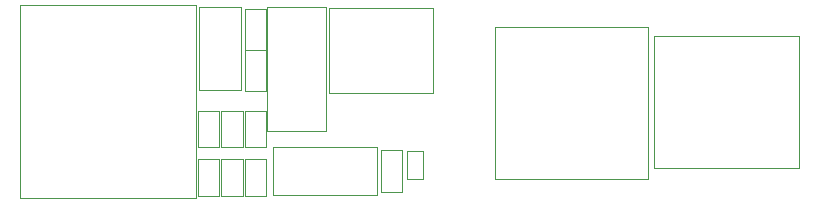
<source format=gbr>
%TF.GenerationSoftware,KiCad,Pcbnew,4.0.7-e2-6376~58~ubuntu16.04.1*%
%TF.CreationDate,2017-12-06T16:05:08+02:00*%
%TF.ProjectId,ecu_emu,6563755F656D752E6B696361645F7063,rev?*%
%TF.FileFunction,Other,User*%
%FSLAX46Y46*%
G04 Gerber Fmt 4.6, Leading zero omitted, Abs format (unit mm)*
G04 Created by KiCad (PCBNEW 4.0.7-e2-6376~58~ubuntu16.04.1) date Wed Dec  6 16:05:08 2017*
%MOMM*%
%LPD*%
G01*
G04 APERTURE LIST*
%ADD10C,0.100000*%
%ADD11C,0.050000*%
G04 APERTURE END LIST*
D10*
D11*
X40620000Y-24750000D02*
X40620000Y-21250000D01*
X40620000Y-24750000D02*
X42370000Y-24750000D01*
X42370000Y-21250000D02*
X40620000Y-21250000D01*
X42370000Y-21250000D02*
X42370000Y-24750000D01*
X42380000Y-24750000D02*
X42380000Y-28250000D01*
X42380000Y-24750000D02*
X40630000Y-24750000D01*
X40630000Y-28250000D02*
X42380000Y-28250000D01*
X40630000Y-28250000D02*
X40630000Y-24750000D01*
X53880000Y-33250000D02*
X53880000Y-36750000D01*
X53880000Y-33250000D02*
X52130000Y-33250000D01*
X52130000Y-36750000D02*
X53880000Y-36750000D01*
X52130000Y-36750000D02*
X52130000Y-33250000D01*
X36750000Y-28153000D02*
X36750000Y-21153000D01*
X36750000Y-21153000D02*
X40250000Y-21153000D01*
X40250000Y-21153000D02*
X40250000Y-28153000D01*
X40250000Y-28153000D02*
X36750000Y-28153000D01*
X55650000Y-35650000D02*
X54300000Y-35650000D01*
X55700000Y-33350000D02*
X55700000Y-35600000D01*
X54350000Y-33350000D02*
X55700000Y-33350000D01*
X54300000Y-35650000D02*
X54300000Y-33400000D01*
X54300000Y-33350000D02*
X54350000Y-33350000D01*
X54300000Y-33400000D02*
X54300000Y-33350000D01*
X55700000Y-35650000D02*
X55700000Y-35600000D01*
X55650000Y-35650000D02*
X55700000Y-35650000D01*
X36440000Y-37280000D02*
X36440000Y-20980000D01*
X36440000Y-20980000D02*
X21540000Y-20980000D01*
X21540000Y-20980000D02*
X21540000Y-37280000D01*
X21540000Y-37280000D02*
X36440000Y-37280000D01*
X40600000Y-33000000D02*
X40600000Y-29900000D01*
X40600000Y-33000000D02*
X42400000Y-33000000D01*
X42400000Y-29900000D02*
X40600000Y-29900000D01*
X42400000Y-29900000D02*
X42400000Y-33000000D01*
X36600000Y-33000000D02*
X36600000Y-29900000D01*
X36600000Y-33000000D02*
X38400000Y-33000000D01*
X38400000Y-29900000D02*
X36600000Y-29900000D01*
X38400000Y-29900000D02*
X38400000Y-33000000D01*
X38600000Y-33000000D02*
X38600000Y-29900000D01*
X38600000Y-33000000D02*
X40400000Y-33000000D01*
X40400000Y-29900000D02*
X38600000Y-29900000D01*
X40400000Y-29900000D02*
X40400000Y-33000000D01*
X40600000Y-37100000D02*
X40600000Y-34000000D01*
X40600000Y-37100000D02*
X42400000Y-37100000D01*
X42400000Y-34000000D02*
X40600000Y-34000000D01*
X42400000Y-34000000D02*
X42400000Y-37100000D01*
X36600000Y-37100000D02*
X36600000Y-34000000D01*
X36600000Y-37100000D02*
X38400000Y-37100000D01*
X38400000Y-34000000D02*
X36600000Y-34000000D01*
X38400000Y-34000000D02*
X38400000Y-37100000D01*
X38600000Y-37100000D02*
X38600000Y-34000000D01*
X38600000Y-37100000D02*
X40400000Y-37100000D01*
X40400000Y-34000000D02*
X38600000Y-34000000D01*
X40400000Y-34000000D02*
X40400000Y-37100000D01*
X56550000Y-21200000D02*
X47750000Y-21200000D01*
X56550000Y-28400000D02*
X56550000Y-21200000D01*
X47750000Y-28400000D02*
X56550000Y-28400000D01*
X47750000Y-21200000D02*
X47750000Y-28400000D01*
X61800000Y-22800000D02*
X61800000Y-35700000D01*
X74700000Y-22800000D02*
X74700000Y-35700000D01*
X61800000Y-22800000D02*
X74700000Y-22800000D01*
X61800000Y-35700000D02*
X74700000Y-35700000D01*
X42500000Y-31625000D02*
X47500000Y-31625000D01*
X47500000Y-31625000D02*
X47500000Y-21125000D01*
X47500000Y-21125000D02*
X42500000Y-21125000D01*
X42500000Y-21125000D02*
X42500000Y-31625000D01*
X51775000Y-37000000D02*
X51775000Y-33000000D01*
X51775000Y-33000000D02*
X42975000Y-33000000D01*
X42975000Y-33000000D02*
X42975000Y-37000000D01*
X42975000Y-37000000D02*
X51775000Y-37000000D01*
X75200000Y-34740000D02*
X75200000Y-23540000D01*
X75200000Y-23540000D02*
X87550000Y-23540000D01*
X87550000Y-23540000D02*
X87550000Y-34740000D01*
X87550000Y-34740000D02*
X75200000Y-34740000D01*
M02*

</source>
